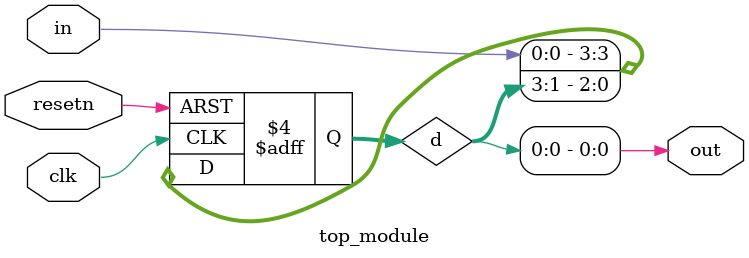
<source format=sv>
module top_module (
	input clk,
	input resetn,
	input in,
	output out
);

reg [3:0] d;
wire reset;

assign reset = ~resetn;

assign out = d[0];

always @(posedge clk, negedge reset) begin
	if (!reset)
		d <= 4'b0;
	else
		d <= {in, d[3:1]};
end

endmodule

</source>
